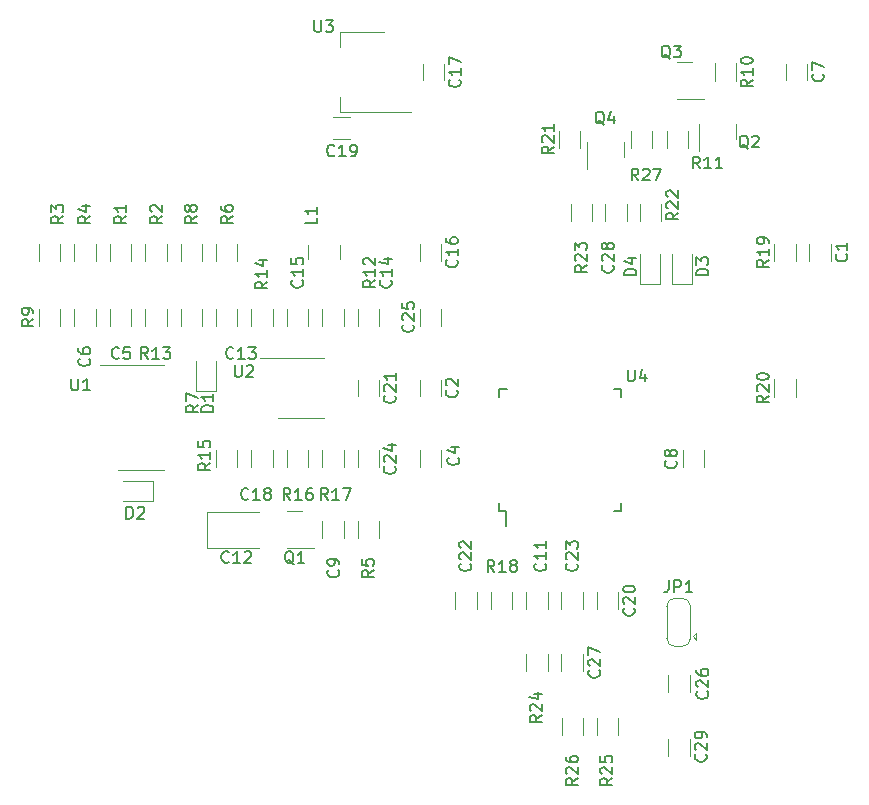
<source format=gbr>
%TF.GenerationSoftware,KiCad,Pcbnew,6.0.8*%
%TF.CreationDate,2022-10-28T18:19:01+03:00*%
%TF.ProjectId,DigiLight,44696769-4c69-4676-9874-2e6b69636164,rev?*%
%TF.SameCoordinates,Original*%
%TF.FileFunction,Legend,Top*%
%TF.FilePolarity,Positive*%
%FSLAX46Y46*%
G04 Gerber Fmt 4.6, Leading zero omitted, Abs format (unit mm)*
G04 Created by KiCad (PCBNEW 6.0.8) date 2022-10-28 18:19:01*
%MOMM*%
%LPD*%
G01*
G04 APERTURE LIST*
%ADD10C,0.150000*%
%ADD11C,0.120000*%
G04 APERTURE END LIST*
D10*
X226457142Y-74666666D02*
X226504761Y-74714285D01*
X226552380Y-74857142D01*
X226552380Y-74952380D01*
X226504761Y-75095238D01*
X226409523Y-75190476D01*
X226314285Y-75238095D01*
X226123809Y-75285714D01*
X225980952Y-75285714D01*
X225790476Y-75238095D01*
X225695238Y-75190476D01*
X225600000Y-75095238D01*
X225552380Y-74952380D01*
X225552380Y-74857142D01*
X225600000Y-74714285D01*
X225647619Y-74666666D01*
X226552380Y-73714285D02*
X226552380Y-74285714D01*
X226552380Y-74000000D02*
X225552380Y-74000000D01*
X225695238Y-74095238D01*
X225790476Y-74190476D01*
X225838095Y-74285714D01*
X193457142Y-86166666D02*
X193504761Y-86214285D01*
X193552380Y-86357142D01*
X193552380Y-86452380D01*
X193504761Y-86595238D01*
X193409523Y-86690476D01*
X193314285Y-86738095D01*
X193123809Y-86785714D01*
X192980952Y-86785714D01*
X192790476Y-86738095D01*
X192695238Y-86690476D01*
X192600000Y-86595238D01*
X192552380Y-86452380D01*
X192552380Y-86357142D01*
X192600000Y-86214285D01*
X192647619Y-86166666D01*
X192647619Y-85785714D02*
X192600000Y-85738095D01*
X192552380Y-85642857D01*
X192552380Y-85404761D01*
X192600000Y-85309523D01*
X192647619Y-85261904D01*
X192742857Y-85214285D01*
X192838095Y-85214285D01*
X192980952Y-85261904D01*
X193552380Y-85833333D01*
X193552380Y-85214285D01*
X224457142Y-59416666D02*
X224504761Y-59464285D01*
X224552380Y-59607142D01*
X224552380Y-59702380D01*
X224504761Y-59845238D01*
X224409523Y-59940476D01*
X224314285Y-59988095D01*
X224123809Y-60035714D01*
X223980952Y-60035714D01*
X223790476Y-59988095D01*
X223695238Y-59940476D01*
X223600000Y-59845238D01*
X223552380Y-59702380D01*
X223552380Y-59607142D01*
X223600000Y-59464285D01*
X223647619Y-59416666D01*
X223552380Y-59083333D02*
X223552380Y-58416666D01*
X224552380Y-58845238D01*
X183429142Y-101414666D02*
X183476761Y-101462285D01*
X183524380Y-101605142D01*
X183524380Y-101700380D01*
X183476761Y-101843238D01*
X183381523Y-101938476D01*
X183286285Y-101986095D01*
X183095809Y-102033714D01*
X182952952Y-102033714D01*
X182762476Y-101986095D01*
X182667238Y-101938476D01*
X182572000Y-101843238D01*
X182524380Y-101700380D01*
X182524380Y-101605142D01*
X182572000Y-101462285D01*
X182619619Y-101414666D01*
X183524380Y-100938476D02*
X183524380Y-100748000D01*
X183476761Y-100652761D01*
X183429142Y-100605142D01*
X183286285Y-100509904D01*
X183095809Y-100462285D01*
X182714857Y-100462285D01*
X182619619Y-100509904D01*
X182572000Y-100557523D01*
X182524380Y-100652761D01*
X182524380Y-100843238D01*
X182572000Y-100938476D01*
X182619619Y-100986095D01*
X182714857Y-101033714D01*
X182952952Y-101033714D01*
X183048190Y-100986095D01*
X183095809Y-100938476D01*
X183143428Y-100843238D01*
X183143428Y-100652761D01*
X183095809Y-100557523D01*
X183048190Y-100509904D01*
X182952952Y-100462285D01*
X174555142Y-83444142D02*
X174507523Y-83491761D01*
X174364666Y-83539380D01*
X174269428Y-83539380D01*
X174126571Y-83491761D01*
X174031333Y-83396523D01*
X173983714Y-83301285D01*
X173936095Y-83110809D01*
X173936095Y-82967952D01*
X173983714Y-82777476D01*
X174031333Y-82682238D01*
X174126571Y-82587000D01*
X174269428Y-82539380D01*
X174364666Y-82539380D01*
X174507523Y-82587000D01*
X174555142Y-82634619D01*
X175507523Y-83539380D02*
X174936095Y-83539380D01*
X175221809Y-83539380D02*
X175221809Y-82539380D01*
X175126571Y-82682238D01*
X175031333Y-82777476D01*
X174936095Y-82825095D01*
X175840857Y-82539380D02*
X176459904Y-82539380D01*
X176126571Y-82920333D01*
X176269428Y-82920333D01*
X176364666Y-82967952D01*
X176412285Y-83015571D01*
X176459904Y-83110809D01*
X176459904Y-83348904D01*
X176412285Y-83444142D01*
X176364666Y-83491761D01*
X176269428Y-83539380D01*
X175983714Y-83539380D01*
X175888476Y-83491761D01*
X175840857Y-83444142D01*
X187874142Y-76871857D02*
X187921761Y-76919476D01*
X187969380Y-77062333D01*
X187969380Y-77157571D01*
X187921761Y-77300428D01*
X187826523Y-77395666D01*
X187731285Y-77443285D01*
X187540809Y-77490904D01*
X187397952Y-77490904D01*
X187207476Y-77443285D01*
X187112238Y-77395666D01*
X187017000Y-77300428D01*
X186969380Y-77157571D01*
X186969380Y-77062333D01*
X187017000Y-76919476D01*
X187064619Y-76871857D01*
X187969380Y-75919476D02*
X187969380Y-76490904D01*
X187969380Y-76205190D02*
X186969380Y-76205190D01*
X187112238Y-76300428D01*
X187207476Y-76395666D01*
X187255095Y-76490904D01*
X187302714Y-75062333D02*
X187969380Y-75062333D01*
X186921761Y-75300428D02*
X187636047Y-75538523D01*
X187636047Y-74919476D01*
X174174142Y-100716142D02*
X174126523Y-100763761D01*
X173983666Y-100811380D01*
X173888428Y-100811380D01*
X173745571Y-100763761D01*
X173650333Y-100668523D01*
X173602714Y-100573285D01*
X173555095Y-100382809D01*
X173555095Y-100239952D01*
X173602714Y-100049476D01*
X173650333Y-99954238D01*
X173745571Y-99859000D01*
X173888428Y-99811380D01*
X173983666Y-99811380D01*
X174126523Y-99859000D01*
X174174142Y-99906619D01*
X175126523Y-100811380D02*
X174555095Y-100811380D01*
X174840809Y-100811380D02*
X174840809Y-99811380D01*
X174745571Y-99954238D01*
X174650333Y-100049476D01*
X174555095Y-100097095D01*
X175507476Y-99906619D02*
X175555095Y-99859000D01*
X175650333Y-99811380D01*
X175888428Y-99811380D01*
X175983666Y-99859000D01*
X176031285Y-99906619D01*
X176078904Y-100001857D01*
X176078904Y-100097095D01*
X176031285Y-100239952D01*
X175459857Y-100811380D01*
X176078904Y-100811380D01*
X180381142Y-76871857D02*
X180428761Y-76919476D01*
X180476380Y-77062333D01*
X180476380Y-77157571D01*
X180428761Y-77300428D01*
X180333523Y-77395666D01*
X180238285Y-77443285D01*
X180047809Y-77490904D01*
X179904952Y-77490904D01*
X179714476Y-77443285D01*
X179619238Y-77395666D01*
X179524000Y-77300428D01*
X179476380Y-77157571D01*
X179476380Y-77062333D01*
X179524000Y-76919476D01*
X179571619Y-76871857D01*
X180476380Y-75919476D02*
X180476380Y-76490904D01*
X180476380Y-76205190D02*
X179476380Y-76205190D01*
X179619238Y-76300428D01*
X179714476Y-76395666D01*
X179762095Y-76490904D01*
X179476380Y-75014714D02*
X179476380Y-75490904D01*
X179952571Y-75538523D01*
X179904952Y-75490904D01*
X179857333Y-75395666D01*
X179857333Y-75157571D01*
X179904952Y-75062333D01*
X179952571Y-75014714D01*
X180047809Y-74967095D01*
X180285904Y-74967095D01*
X180381142Y-75014714D01*
X180428761Y-75062333D01*
X180476380Y-75157571D01*
X180476380Y-75395666D01*
X180428761Y-75490904D01*
X180381142Y-75538523D01*
X193707142Y-59892857D02*
X193754761Y-59940476D01*
X193802380Y-60083333D01*
X193802380Y-60178571D01*
X193754761Y-60321428D01*
X193659523Y-60416666D01*
X193564285Y-60464285D01*
X193373809Y-60511904D01*
X193230952Y-60511904D01*
X193040476Y-60464285D01*
X192945238Y-60416666D01*
X192850000Y-60321428D01*
X192802380Y-60178571D01*
X192802380Y-60083333D01*
X192850000Y-59940476D01*
X192897619Y-59892857D01*
X193802380Y-58940476D02*
X193802380Y-59511904D01*
X193802380Y-59226190D02*
X192802380Y-59226190D01*
X192945238Y-59321428D01*
X193040476Y-59416666D01*
X193088095Y-59511904D01*
X192802380Y-58607142D02*
X192802380Y-57940476D01*
X193802380Y-58369047D01*
X175825142Y-95382142D02*
X175777523Y-95429761D01*
X175634666Y-95477380D01*
X175539428Y-95477380D01*
X175396571Y-95429761D01*
X175301333Y-95334523D01*
X175253714Y-95239285D01*
X175206095Y-95048809D01*
X175206095Y-94905952D01*
X175253714Y-94715476D01*
X175301333Y-94620238D01*
X175396571Y-94525000D01*
X175539428Y-94477380D01*
X175634666Y-94477380D01*
X175777523Y-94525000D01*
X175825142Y-94572619D01*
X176777523Y-95477380D02*
X176206095Y-95477380D01*
X176491809Y-95477380D02*
X176491809Y-94477380D01*
X176396571Y-94620238D01*
X176301333Y-94715476D01*
X176206095Y-94763095D01*
X177348952Y-94905952D02*
X177253714Y-94858333D01*
X177206095Y-94810714D01*
X177158476Y-94715476D01*
X177158476Y-94667857D01*
X177206095Y-94572619D01*
X177253714Y-94525000D01*
X177348952Y-94477380D01*
X177539428Y-94477380D01*
X177634666Y-94525000D01*
X177682285Y-94572619D01*
X177729904Y-94667857D01*
X177729904Y-94715476D01*
X177682285Y-94810714D01*
X177634666Y-94858333D01*
X177539428Y-94905952D01*
X177348952Y-94905952D01*
X177253714Y-94953571D01*
X177206095Y-95001190D01*
X177158476Y-95096428D01*
X177158476Y-95286904D01*
X177206095Y-95382142D01*
X177253714Y-95429761D01*
X177348952Y-95477380D01*
X177539428Y-95477380D01*
X177634666Y-95429761D01*
X177682285Y-95382142D01*
X177729904Y-95286904D01*
X177729904Y-95096428D01*
X177682285Y-95001190D01*
X177634666Y-94953571D01*
X177539428Y-94905952D01*
X183107142Y-66299142D02*
X183059523Y-66346761D01*
X182916666Y-66394380D01*
X182821428Y-66394380D01*
X182678571Y-66346761D01*
X182583333Y-66251523D01*
X182535714Y-66156285D01*
X182488095Y-65965809D01*
X182488095Y-65822952D01*
X182535714Y-65632476D01*
X182583333Y-65537238D01*
X182678571Y-65442000D01*
X182821428Y-65394380D01*
X182916666Y-65394380D01*
X183059523Y-65442000D01*
X183107142Y-65489619D01*
X184059523Y-66394380D02*
X183488095Y-66394380D01*
X183773809Y-66394380D02*
X183773809Y-65394380D01*
X183678571Y-65537238D01*
X183583333Y-65632476D01*
X183488095Y-65680095D01*
X184535714Y-66394380D02*
X184726190Y-66394380D01*
X184821428Y-66346761D01*
X184869047Y-66299142D01*
X184964285Y-66156285D01*
X185011904Y-65965809D01*
X185011904Y-65584857D01*
X184964285Y-65489619D01*
X184916666Y-65442000D01*
X184821428Y-65394380D01*
X184630952Y-65394380D01*
X184535714Y-65442000D01*
X184488095Y-65489619D01*
X184440476Y-65584857D01*
X184440476Y-65822952D01*
X184488095Y-65918190D01*
X184535714Y-65965809D01*
X184630952Y-66013428D01*
X184821428Y-66013428D01*
X184916666Y-65965809D01*
X184964285Y-65918190D01*
X185011904Y-65822952D01*
X208457142Y-104642857D02*
X208504761Y-104690476D01*
X208552380Y-104833333D01*
X208552380Y-104928571D01*
X208504761Y-105071428D01*
X208409523Y-105166666D01*
X208314285Y-105214285D01*
X208123809Y-105261904D01*
X207980952Y-105261904D01*
X207790476Y-105214285D01*
X207695238Y-105166666D01*
X207600000Y-105071428D01*
X207552380Y-104928571D01*
X207552380Y-104833333D01*
X207600000Y-104690476D01*
X207647619Y-104642857D01*
X207647619Y-104261904D02*
X207600000Y-104214285D01*
X207552380Y-104119047D01*
X207552380Y-103880952D01*
X207600000Y-103785714D01*
X207647619Y-103738095D01*
X207742857Y-103690476D01*
X207838095Y-103690476D01*
X207980952Y-103738095D01*
X208552380Y-104309523D01*
X208552380Y-103690476D01*
X207552380Y-103071428D02*
X207552380Y-102976190D01*
X207600000Y-102880952D01*
X207647619Y-102833333D01*
X207742857Y-102785714D01*
X207933333Y-102738095D01*
X208171428Y-102738095D01*
X208361904Y-102785714D01*
X208457142Y-102833333D01*
X208504761Y-102880952D01*
X208552380Y-102976190D01*
X208552380Y-103071428D01*
X208504761Y-103166666D01*
X208457142Y-103214285D01*
X208361904Y-103261904D01*
X208171428Y-103309523D01*
X207933333Y-103309523D01*
X207742857Y-103261904D01*
X207647619Y-103214285D01*
X207600000Y-103166666D01*
X207552380Y-103071428D01*
X188207142Y-86642857D02*
X188254761Y-86690476D01*
X188302380Y-86833333D01*
X188302380Y-86928571D01*
X188254761Y-87071428D01*
X188159523Y-87166666D01*
X188064285Y-87214285D01*
X187873809Y-87261904D01*
X187730952Y-87261904D01*
X187540476Y-87214285D01*
X187445238Y-87166666D01*
X187350000Y-87071428D01*
X187302380Y-86928571D01*
X187302380Y-86833333D01*
X187350000Y-86690476D01*
X187397619Y-86642857D01*
X187397619Y-86261904D02*
X187350000Y-86214285D01*
X187302380Y-86119047D01*
X187302380Y-85880952D01*
X187350000Y-85785714D01*
X187397619Y-85738095D01*
X187492857Y-85690476D01*
X187588095Y-85690476D01*
X187730952Y-85738095D01*
X188302380Y-86309523D01*
X188302380Y-85690476D01*
X188302380Y-84738095D02*
X188302380Y-85309523D01*
X188302380Y-85023809D02*
X187302380Y-85023809D01*
X187445238Y-85119047D01*
X187540476Y-85214285D01*
X187588095Y-85309523D01*
X194605142Y-100874857D02*
X194652761Y-100922476D01*
X194700380Y-101065333D01*
X194700380Y-101160571D01*
X194652761Y-101303428D01*
X194557523Y-101398666D01*
X194462285Y-101446285D01*
X194271809Y-101493904D01*
X194128952Y-101493904D01*
X193938476Y-101446285D01*
X193843238Y-101398666D01*
X193748000Y-101303428D01*
X193700380Y-101160571D01*
X193700380Y-101065333D01*
X193748000Y-100922476D01*
X193795619Y-100874857D01*
X193795619Y-100493904D02*
X193748000Y-100446285D01*
X193700380Y-100351047D01*
X193700380Y-100112952D01*
X193748000Y-100017714D01*
X193795619Y-99970095D01*
X193890857Y-99922476D01*
X193986095Y-99922476D01*
X194128952Y-99970095D01*
X194700380Y-100541523D01*
X194700380Y-99922476D01*
X193795619Y-99541523D02*
X193748000Y-99493904D01*
X193700380Y-99398666D01*
X193700380Y-99160571D01*
X193748000Y-99065333D01*
X193795619Y-99017714D01*
X193890857Y-98970095D01*
X193986095Y-98970095D01*
X194128952Y-99017714D01*
X194700380Y-99589142D01*
X194700380Y-98970095D01*
X188207142Y-92642857D02*
X188254761Y-92690476D01*
X188302380Y-92833333D01*
X188302380Y-92928571D01*
X188254761Y-93071428D01*
X188159523Y-93166666D01*
X188064285Y-93214285D01*
X187873809Y-93261904D01*
X187730952Y-93261904D01*
X187540476Y-93214285D01*
X187445238Y-93166666D01*
X187350000Y-93071428D01*
X187302380Y-92928571D01*
X187302380Y-92833333D01*
X187350000Y-92690476D01*
X187397619Y-92642857D01*
X187397619Y-92261904D02*
X187350000Y-92214285D01*
X187302380Y-92119047D01*
X187302380Y-91880952D01*
X187350000Y-91785714D01*
X187397619Y-91738095D01*
X187492857Y-91690476D01*
X187588095Y-91690476D01*
X187730952Y-91738095D01*
X188302380Y-92309523D01*
X188302380Y-91690476D01*
X187635714Y-90833333D02*
X188302380Y-90833333D01*
X187254761Y-91071428D02*
X187969047Y-91309523D01*
X187969047Y-90690476D01*
X189757142Y-80642857D02*
X189804761Y-80690476D01*
X189852380Y-80833333D01*
X189852380Y-80928571D01*
X189804761Y-81071428D01*
X189709523Y-81166666D01*
X189614285Y-81214285D01*
X189423809Y-81261904D01*
X189280952Y-81261904D01*
X189090476Y-81214285D01*
X188995238Y-81166666D01*
X188900000Y-81071428D01*
X188852380Y-80928571D01*
X188852380Y-80833333D01*
X188900000Y-80690476D01*
X188947619Y-80642857D01*
X188947619Y-80261904D02*
X188900000Y-80214285D01*
X188852380Y-80119047D01*
X188852380Y-79880952D01*
X188900000Y-79785714D01*
X188947619Y-79738095D01*
X189042857Y-79690476D01*
X189138095Y-79690476D01*
X189280952Y-79738095D01*
X189852380Y-80309523D01*
X189852380Y-79690476D01*
X188852380Y-78785714D02*
X188852380Y-79261904D01*
X189328571Y-79309523D01*
X189280952Y-79261904D01*
X189233333Y-79166666D01*
X189233333Y-78928571D01*
X189280952Y-78833333D01*
X189328571Y-78785714D01*
X189423809Y-78738095D01*
X189661904Y-78738095D01*
X189757142Y-78785714D01*
X189804761Y-78833333D01*
X189852380Y-78928571D01*
X189852380Y-79166666D01*
X189804761Y-79261904D01*
X189757142Y-79309523D01*
X214671142Y-111685557D02*
X214718761Y-111733176D01*
X214766380Y-111876033D01*
X214766380Y-111971271D01*
X214718761Y-112114128D01*
X214623523Y-112209366D01*
X214528285Y-112256985D01*
X214337809Y-112304604D01*
X214194952Y-112304604D01*
X214004476Y-112256985D01*
X213909238Y-112209366D01*
X213814000Y-112114128D01*
X213766380Y-111971271D01*
X213766380Y-111876033D01*
X213814000Y-111733176D01*
X213861619Y-111685557D01*
X213861619Y-111304604D02*
X213814000Y-111256985D01*
X213766380Y-111161747D01*
X213766380Y-110923652D01*
X213814000Y-110828414D01*
X213861619Y-110780795D01*
X213956857Y-110733176D01*
X214052095Y-110733176D01*
X214194952Y-110780795D01*
X214766380Y-111352223D01*
X214766380Y-110733176D01*
X213766380Y-109876033D02*
X213766380Y-110066509D01*
X213814000Y-110161747D01*
X213861619Y-110209366D01*
X214004476Y-110304604D01*
X214194952Y-110352223D01*
X214575904Y-110352223D01*
X214671142Y-110304604D01*
X214718761Y-110256985D01*
X214766380Y-110161747D01*
X214766380Y-109971271D01*
X214718761Y-109876033D01*
X214671142Y-109828414D01*
X214575904Y-109780795D01*
X214337809Y-109780795D01*
X214242571Y-109828414D01*
X214194952Y-109876033D01*
X214147333Y-109971271D01*
X214147333Y-110161747D01*
X214194952Y-110256985D01*
X214242571Y-110304604D01*
X214337809Y-110352223D01*
X211423266Y-102285080D02*
X211423266Y-102999366D01*
X211375647Y-103142223D01*
X211280409Y-103237461D01*
X211137552Y-103285080D01*
X211042314Y-103285080D01*
X211899457Y-103285080D02*
X211899457Y-102285080D01*
X212280409Y-102285080D01*
X212375647Y-102332700D01*
X212423266Y-102380319D01*
X212470885Y-102475557D01*
X212470885Y-102618414D01*
X212423266Y-102713652D01*
X212375647Y-102761271D01*
X212280409Y-102808890D01*
X211899457Y-102808890D01*
X213423266Y-103285080D02*
X212851838Y-103285080D01*
X213137552Y-103285080D02*
X213137552Y-102285080D01*
X213042314Y-102427938D01*
X212947076Y-102523176D01*
X212851838Y-102570795D01*
X181619380Y-71569666D02*
X181619380Y-72045857D01*
X180619380Y-72045857D01*
X181619380Y-70712523D02*
X181619380Y-71283952D01*
X181619380Y-70998238D02*
X180619380Y-70998238D01*
X180762238Y-71093476D01*
X180857476Y-71188714D01*
X180905095Y-71283952D01*
X179674761Y-100906619D02*
X179579523Y-100859000D01*
X179484285Y-100763761D01*
X179341428Y-100620904D01*
X179246190Y-100573285D01*
X179150952Y-100573285D01*
X179198571Y-100811380D02*
X179103333Y-100763761D01*
X179008095Y-100668523D01*
X178960476Y-100478047D01*
X178960476Y-100144714D01*
X179008095Y-99954238D01*
X179103333Y-99859000D01*
X179198571Y-99811380D01*
X179389047Y-99811380D01*
X179484285Y-99859000D01*
X179579523Y-99954238D01*
X179627142Y-100144714D01*
X179627142Y-100478047D01*
X179579523Y-100668523D01*
X179484285Y-100763761D01*
X179389047Y-100811380D01*
X179198571Y-100811380D01*
X180579523Y-100811380D02*
X180008095Y-100811380D01*
X180293809Y-100811380D02*
X180293809Y-99811380D01*
X180198571Y-99954238D01*
X180103333Y-100049476D01*
X180008095Y-100097095D01*
X218155761Y-65727619D02*
X218060523Y-65680000D01*
X217965285Y-65584761D01*
X217822428Y-65441904D01*
X217727190Y-65394285D01*
X217631952Y-65394285D01*
X217679571Y-65632380D02*
X217584333Y-65584761D01*
X217489095Y-65489523D01*
X217441476Y-65299047D01*
X217441476Y-64965714D01*
X217489095Y-64775238D01*
X217584333Y-64680000D01*
X217679571Y-64632380D01*
X217870047Y-64632380D01*
X217965285Y-64680000D01*
X218060523Y-64775238D01*
X218108142Y-64965714D01*
X218108142Y-65299047D01*
X218060523Y-65489523D01*
X217965285Y-65584761D01*
X217870047Y-65632380D01*
X217679571Y-65632380D01*
X218489095Y-64727619D02*
X218536714Y-64680000D01*
X218631952Y-64632380D01*
X218870047Y-64632380D01*
X218965285Y-64680000D01*
X219012904Y-64727619D01*
X219060523Y-64822857D01*
X219060523Y-64918095D01*
X219012904Y-65060952D01*
X218441476Y-65632380D01*
X219060523Y-65632380D01*
X211551761Y-58107619D02*
X211456523Y-58060000D01*
X211361285Y-57964761D01*
X211218428Y-57821904D01*
X211123190Y-57774285D01*
X211027952Y-57774285D01*
X211075571Y-58012380D02*
X210980333Y-57964761D01*
X210885095Y-57869523D01*
X210837476Y-57679047D01*
X210837476Y-57345714D01*
X210885095Y-57155238D01*
X210980333Y-57060000D01*
X211075571Y-57012380D01*
X211266047Y-57012380D01*
X211361285Y-57060000D01*
X211456523Y-57155238D01*
X211504142Y-57345714D01*
X211504142Y-57679047D01*
X211456523Y-57869523D01*
X211361285Y-57964761D01*
X211266047Y-58012380D01*
X211075571Y-58012380D01*
X211837476Y-57012380D02*
X212456523Y-57012380D01*
X212123190Y-57393333D01*
X212266047Y-57393333D01*
X212361285Y-57440952D01*
X212408904Y-57488571D01*
X212456523Y-57583809D01*
X212456523Y-57821904D01*
X212408904Y-57917142D01*
X212361285Y-57964761D01*
X212266047Y-58012380D01*
X211980333Y-58012380D01*
X211885095Y-57964761D01*
X211837476Y-57917142D01*
X160156380Y-71442666D02*
X159680190Y-71776000D01*
X160156380Y-72014095D02*
X159156380Y-72014095D01*
X159156380Y-71633142D01*
X159204000Y-71537904D01*
X159251619Y-71490285D01*
X159346857Y-71442666D01*
X159489714Y-71442666D01*
X159584952Y-71490285D01*
X159632571Y-71537904D01*
X159680190Y-71633142D01*
X159680190Y-72014095D01*
X159156380Y-71109333D02*
X159156380Y-70490285D01*
X159537333Y-70823619D01*
X159537333Y-70680761D01*
X159584952Y-70585523D01*
X159632571Y-70537904D01*
X159727809Y-70490285D01*
X159965904Y-70490285D01*
X160061142Y-70537904D01*
X160108761Y-70585523D01*
X160156380Y-70680761D01*
X160156380Y-70966476D01*
X160108761Y-71061714D01*
X160061142Y-71109333D01*
X186445380Y-101414666D02*
X185969190Y-101748000D01*
X186445380Y-101986095D02*
X185445380Y-101986095D01*
X185445380Y-101605142D01*
X185493000Y-101509904D01*
X185540619Y-101462285D01*
X185635857Y-101414666D01*
X185778714Y-101414666D01*
X185873952Y-101462285D01*
X185921571Y-101509904D01*
X185969190Y-101605142D01*
X185969190Y-101986095D01*
X185445380Y-100509904D02*
X185445380Y-100986095D01*
X185921571Y-101033714D01*
X185873952Y-100986095D01*
X185826333Y-100890857D01*
X185826333Y-100652761D01*
X185873952Y-100557523D01*
X185921571Y-100509904D01*
X186016809Y-100462285D01*
X186254904Y-100462285D01*
X186350142Y-100509904D01*
X186397761Y-100557523D01*
X186445380Y-100652761D01*
X186445380Y-100890857D01*
X186397761Y-100986095D01*
X186350142Y-101033714D01*
X157632380Y-80166666D02*
X157156190Y-80500000D01*
X157632380Y-80738095D02*
X156632380Y-80738095D01*
X156632380Y-80357142D01*
X156680000Y-80261904D01*
X156727619Y-80214285D01*
X156822857Y-80166666D01*
X156965714Y-80166666D01*
X157060952Y-80214285D01*
X157108571Y-80261904D01*
X157156190Y-80357142D01*
X157156190Y-80738095D01*
X157632380Y-79690476D02*
X157632380Y-79500000D01*
X157584761Y-79404761D01*
X157537142Y-79357142D01*
X157394285Y-79261904D01*
X157203809Y-79214285D01*
X156822857Y-79214285D01*
X156727619Y-79261904D01*
X156680000Y-79309523D01*
X156632380Y-79404761D01*
X156632380Y-79595238D01*
X156680000Y-79690476D01*
X156727619Y-79738095D01*
X156822857Y-79785714D01*
X157060952Y-79785714D01*
X157156190Y-79738095D01*
X157203809Y-79690476D01*
X157251428Y-79595238D01*
X157251428Y-79404761D01*
X157203809Y-79309523D01*
X157156190Y-79261904D01*
X157060952Y-79214285D01*
X218522380Y-59892857D02*
X218046190Y-60226190D01*
X218522380Y-60464285D02*
X217522380Y-60464285D01*
X217522380Y-60083333D01*
X217570000Y-59988095D01*
X217617619Y-59940476D01*
X217712857Y-59892857D01*
X217855714Y-59892857D01*
X217950952Y-59940476D01*
X217998571Y-59988095D01*
X218046190Y-60083333D01*
X218046190Y-60464285D01*
X218522380Y-58940476D02*
X218522380Y-59511904D01*
X218522380Y-59226190D02*
X217522380Y-59226190D01*
X217665238Y-59321428D01*
X217760476Y-59416666D01*
X217808095Y-59511904D01*
X217522380Y-58321428D02*
X217522380Y-58226190D01*
X217570000Y-58130952D01*
X217617619Y-58083333D01*
X217712857Y-58035714D01*
X217903333Y-57988095D01*
X218141428Y-57988095D01*
X218331904Y-58035714D01*
X218427142Y-58083333D01*
X218474761Y-58130952D01*
X218522380Y-58226190D01*
X218522380Y-58321428D01*
X218474761Y-58416666D01*
X218427142Y-58464285D01*
X218331904Y-58511904D01*
X218141428Y-58559523D01*
X217903333Y-58559523D01*
X217712857Y-58511904D01*
X217617619Y-58464285D01*
X217570000Y-58416666D01*
X217522380Y-58321428D01*
X214052142Y-67410380D02*
X213718809Y-66934190D01*
X213480714Y-67410380D02*
X213480714Y-66410380D01*
X213861666Y-66410380D01*
X213956904Y-66458000D01*
X214004523Y-66505619D01*
X214052142Y-66600857D01*
X214052142Y-66743714D01*
X214004523Y-66838952D01*
X213956904Y-66886571D01*
X213861666Y-66934190D01*
X213480714Y-66934190D01*
X215004523Y-67410380D02*
X214433095Y-67410380D01*
X214718809Y-67410380D02*
X214718809Y-66410380D01*
X214623571Y-66553238D01*
X214528333Y-66648476D01*
X214433095Y-66696095D01*
X215956904Y-67410380D02*
X215385476Y-67410380D01*
X215671190Y-67410380D02*
X215671190Y-66410380D01*
X215575952Y-66553238D01*
X215480714Y-66648476D01*
X215385476Y-66696095D01*
X186572380Y-76871857D02*
X186096190Y-77205190D01*
X186572380Y-77443285D02*
X185572380Y-77443285D01*
X185572380Y-77062333D01*
X185620000Y-76967095D01*
X185667619Y-76919476D01*
X185762857Y-76871857D01*
X185905714Y-76871857D01*
X186000952Y-76919476D01*
X186048571Y-76967095D01*
X186096190Y-77062333D01*
X186096190Y-77443285D01*
X186572380Y-75919476D02*
X186572380Y-76490904D01*
X186572380Y-76205190D02*
X185572380Y-76205190D01*
X185715238Y-76300428D01*
X185810476Y-76395666D01*
X185858095Y-76490904D01*
X185667619Y-75538523D02*
X185620000Y-75490904D01*
X185572380Y-75395666D01*
X185572380Y-75157571D01*
X185620000Y-75062333D01*
X185667619Y-75014714D01*
X185762857Y-74967095D01*
X185858095Y-74967095D01*
X186000952Y-75014714D01*
X186572380Y-75586142D01*
X186572380Y-74967095D01*
X167316142Y-83539380D02*
X166982809Y-83063190D01*
X166744714Y-83539380D02*
X166744714Y-82539380D01*
X167125666Y-82539380D01*
X167220904Y-82587000D01*
X167268523Y-82634619D01*
X167316142Y-82729857D01*
X167316142Y-82872714D01*
X167268523Y-82967952D01*
X167220904Y-83015571D01*
X167125666Y-83063190D01*
X166744714Y-83063190D01*
X168268523Y-83539380D02*
X167697095Y-83539380D01*
X167982809Y-83539380D02*
X167982809Y-82539380D01*
X167887571Y-82682238D01*
X167792333Y-82777476D01*
X167697095Y-82825095D01*
X168601857Y-82539380D02*
X169220904Y-82539380D01*
X168887571Y-82920333D01*
X169030428Y-82920333D01*
X169125666Y-82967952D01*
X169173285Y-83015571D01*
X169220904Y-83110809D01*
X169220904Y-83348904D01*
X169173285Y-83444142D01*
X169125666Y-83491761D01*
X169030428Y-83539380D01*
X168744714Y-83539380D01*
X168649476Y-83491761D01*
X168601857Y-83444142D01*
X177428380Y-76998857D02*
X176952190Y-77332190D01*
X177428380Y-77570285D02*
X176428380Y-77570285D01*
X176428380Y-77189333D01*
X176476000Y-77094095D01*
X176523619Y-77046476D01*
X176618857Y-76998857D01*
X176761714Y-76998857D01*
X176856952Y-77046476D01*
X176904571Y-77094095D01*
X176952190Y-77189333D01*
X176952190Y-77570285D01*
X177428380Y-76046476D02*
X177428380Y-76617904D01*
X177428380Y-76332190D02*
X176428380Y-76332190D01*
X176571238Y-76427428D01*
X176666476Y-76522666D01*
X176714095Y-76617904D01*
X176761714Y-75189333D02*
X177428380Y-75189333D01*
X176380761Y-75427428D02*
X177095047Y-75665523D01*
X177095047Y-75046476D01*
X179381142Y-95477380D02*
X179047809Y-95001190D01*
X178809714Y-95477380D02*
X178809714Y-94477380D01*
X179190666Y-94477380D01*
X179285904Y-94525000D01*
X179333523Y-94572619D01*
X179381142Y-94667857D01*
X179381142Y-94810714D01*
X179333523Y-94905952D01*
X179285904Y-94953571D01*
X179190666Y-95001190D01*
X178809714Y-95001190D01*
X180333523Y-95477380D02*
X179762095Y-95477380D01*
X180047809Y-95477380D02*
X180047809Y-94477380D01*
X179952571Y-94620238D01*
X179857333Y-94715476D01*
X179762095Y-94763095D01*
X181190666Y-94477380D02*
X181000190Y-94477380D01*
X180904952Y-94525000D01*
X180857333Y-94572619D01*
X180762095Y-94715476D01*
X180714476Y-94905952D01*
X180714476Y-95286904D01*
X180762095Y-95382142D01*
X180809714Y-95429761D01*
X180904952Y-95477380D01*
X181095428Y-95477380D01*
X181190666Y-95429761D01*
X181238285Y-95382142D01*
X181285904Y-95286904D01*
X181285904Y-95048809D01*
X181238285Y-94953571D01*
X181190666Y-94905952D01*
X181095428Y-94858333D01*
X180904952Y-94858333D01*
X180809714Y-94905952D01*
X180762095Y-94953571D01*
X180714476Y-95048809D01*
X182556142Y-95477380D02*
X182222809Y-95001190D01*
X181984714Y-95477380D02*
X181984714Y-94477380D01*
X182365666Y-94477380D01*
X182460904Y-94525000D01*
X182508523Y-94572619D01*
X182556142Y-94667857D01*
X182556142Y-94810714D01*
X182508523Y-94905952D01*
X182460904Y-94953571D01*
X182365666Y-95001190D01*
X181984714Y-95001190D01*
X183508523Y-95477380D02*
X182937095Y-95477380D01*
X183222809Y-95477380D02*
X183222809Y-94477380D01*
X183127571Y-94620238D01*
X183032333Y-94715476D01*
X182937095Y-94763095D01*
X183841857Y-94477380D02*
X184508523Y-94477380D01*
X184079952Y-95477380D01*
X196653142Y-101573380D02*
X196319809Y-101097190D01*
X196081714Y-101573380D02*
X196081714Y-100573380D01*
X196462666Y-100573380D01*
X196557904Y-100621000D01*
X196605523Y-100668619D01*
X196653142Y-100763857D01*
X196653142Y-100906714D01*
X196605523Y-101001952D01*
X196557904Y-101049571D01*
X196462666Y-101097190D01*
X196081714Y-101097190D01*
X197605523Y-101573380D02*
X197034095Y-101573380D01*
X197319809Y-101573380D02*
X197319809Y-100573380D01*
X197224571Y-100716238D01*
X197129333Y-100811476D01*
X197034095Y-100859095D01*
X198176952Y-101001952D02*
X198081714Y-100954333D01*
X198034095Y-100906714D01*
X197986476Y-100811476D01*
X197986476Y-100763857D01*
X198034095Y-100668619D01*
X198081714Y-100621000D01*
X198176952Y-100573380D01*
X198367428Y-100573380D01*
X198462666Y-100621000D01*
X198510285Y-100668619D01*
X198557904Y-100763857D01*
X198557904Y-100811476D01*
X198510285Y-100906714D01*
X198462666Y-100954333D01*
X198367428Y-101001952D01*
X198176952Y-101001952D01*
X198081714Y-101049571D01*
X198034095Y-101097190D01*
X197986476Y-101192428D01*
X197986476Y-101382904D01*
X198034095Y-101478142D01*
X198081714Y-101525761D01*
X198176952Y-101573380D01*
X198367428Y-101573380D01*
X198462666Y-101525761D01*
X198510285Y-101478142D01*
X198557904Y-101382904D01*
X198557904Y-101192428D01*
X198510285Y-101097190D01*
X198462666Y-101049571D01*
X198367428Y-101001952D01*
X219882380Y-86642857D02*
X219406190Y-86976190D01*
X219882380Y-87214285D02*
X218882380Y-87214285D01*
X218882380Y-86833333D01*
X218930000Y-86738095D01*
X218977619Y-86690476D01*
X219072857Y-86642857D01*
X219215714Y-86642857D01*
X219310952Y-86690476D01*
X219358571Y-86738095D01*
X219406190Y-86833333D01*
X219406190Y-87214285D01*
X218977619Y-86261904D02*
X218930000Y-86214285D01*
X218882380Y-86119047D01*
X218882380Y-85880952D01*
X218930000Y-85785714D01*
X218977619Y-85738095D01*
X219072857Y-85690476D01*
X219168095Y-85690476D01*
X219310952Y-85738095D01*
X219882380Y-86309523D01*
X219882380Y-85690476D01*
X218882380Y-85071428D02*
X218882380Y-84976190D01*
X218930000Y-84880952D01*
X218977619Y-84833333D01*
X219072857Y-84785714D01*
X219263333Y-84738095D01*
X219501428Y-84738095D01*
X219691904Y-84785714D01*
X219787142Y-84833333D01*
X219834761Y-84880952D01*
X219882380Y-84976190D01*
X219882380Y-85071428D01*
X219834761Y-85166666D01*
X219787142Y-85214285D01*
X219691904Y-85261904D01*
X219501428Y-85309523D01*
X219263333Y-85309523D01*
X219072857Y-85261904D01*
X218977619Y-85214285D01*
X218930000Y-85166666D01*
X218882380Y-85071428D01*
X200669380Y-113701857D02*
X200193190Y-114035190D01*
X200669380Y-114273285D02*
X199669380Y-114273285D01*
X199669380Y-113892333D01*
X199717000Y-113797095D01*
X199764619Y-113749476D01*
X199859857Y-113701857D01*
X200002714Y-113701857D01*
X200097952Y-113749476D01*
X200145571Y-113797095D01*
X200193190Y-113892333D01*
X200193190Y-114273285D01*
X199764619Y-113320904D02*
X199717000Y-113273285D01*
X199669380Y-113178047D01*
X199669380Y-112939952D01*
X199717000Y-112844714D01*
X199764619Y-112797095D01*
X199859857Y-112749476D01*
X199955095Y-112749476D01*
X200097952Y-112797095D01*
X200669380Y-113368523D01*
X200669380Y-112749476D01*
X200002714Y-111892333D02*
X200669380Y-111892333D01*
X199621761Y-112130428D02*
X200336047Y-112368523D01*
X200336047Y-111749476D01*
X160847095Y-85206380D02*
X160847095Y-86015904D01*
X160894714Y-86111142D01*
X160942333Y-86158761D01*
X161037571Y-86206380D01*
X161228047Y-86206380D01*
X161323285Y-86158761D01*
X161370904Y-86111142D01*
X161418523Y-86015904D01*
X161418523Y-85206380D01*
X162418523Y-86206380D02*
X161847095Y-86206380D01*
X162132809Y-86206380D02*
X162132809Y-85206380D01*
X162037571Y-85349238D01*
X161942333Y-85444476D01*
X161847095Y-85492095D01*
X181421095Y-54853380D02*
X181421095Y-55662904D01*
X181468714Y-55758142D01*
X181516333Y-55805761D01*
X181611571Y-55853380D01*
X181802047Y-55853380D01*
X181897285Y-55805761D01*
X181944904Y-55758142D01*
X181992523Y-55662904D01*
X181992523Y-54853380D01*
X182373476Y-54853380D02*
X182992523Y-54853380D01*
X182659190Y-55234333D01*
X182802047Y-55234333D01*
X182897285Y-55281952D01*
X182944904Y-55329571D01*
X182992523Y-55424809D01*
X182992523Y-55662904D01*
X182944904Y-55758142D01*
X182897285Y-55805761D01*
X182802047Y-55853380D01*
X182516333Y-55853380D01*
X182421095Y-55805761D01*
X182373476Y-55758142D01*
X207964095Y-84444380D02*
X207964095Y-85253904D01*
X208011714Y-85349142D01*
X208059333Y-85396761D01*
X208154571Y-85444380D01*
X208345047Y-85444380D01*
X208440285Y-85396761D01*
X208487904Y-85349142D01*
X208535523Y-85253904D01*
X208535523Y-84444380D01*
X209440285Y-84777714D02*
X209440285Y-85444380D01*
X209202190Y-84396761D02*
X208964095Y-85111047D01*
X209583142Y-85111047D01*
X205527142Y-109892857D02*
X205574761Y-109940476D01*
X205622380Y-110083333D01*
X205622380Y-110178571D01*
X205574761Y-110321428D01*
X205479523Y-110416666D01*
X205384285Y-110464285D01*
X205193809Y-110511904D01*
X205050952Y-110511904D01*
X204860476Y-110464285D01*
X204765238Y-110416666D01*
X204670000Y-110321428D01*
X204622380Y-110178571D01*
X204622380Y-110083333D01*
X204670000Y-109940476D01*
X204717619Y-109892857D01*
X204717619Y-109511904D02*
X204670000Y-109464285D01*
X204622380Y-109369047D01*
X204622380Y-109130952D01*
X204670000Y-109035714D01*
X204717619Y-108988095D01*
X204812857Y-108940476D01*
X204908095Y-108940476D01*
X205050952Y-108988095D01*
X205622380Y-109559523D01*
X205622380Y-108940476D01*
X204622380Y-108607142D02*
X204622380Y-107940476D01*
X205622380Y-108369047D01*
X174507380Y-71442666D02*
X174031190Y-71776000D01*
X174507380Y-72014095D02*
X173507380Y-72014095D01*
X173507380Y-71633142D01*
X173555000Y-71537904D01*
X173602619Y-71490285D01*
X173697857Y-71442666D01*
X173840714Y-71442666D01*
X173935952Y-71490285D01*
X173983571Y-71537904D01*
X174031190Y-71633142D01*
X174031190Y-72014095D01*
X173507380Y-70585523D02*
X173507380Y-70776000D01*
X173555000Y-70871238D01*
X173602619Y-70918857D01*
X173745476Y-71014095D01*
X173935952Y-71061714D01*
X174316904Y-71061714D01*
X174412142Y-71014095D01*
X174459761Y-70966476D01*
X174507380Y-70871238D01*
X174507380Y-70680761D01*
X174459761Y-70585523D01*
X174412142Y-70537904D01*
X174316904Y-70490285D01*
X174078809Y-70490285D01*
X173983571Y-70537904D01*
X173935952Y-70585523D01*
X173888333Y-70680761D01*
X173888333Y-70871238D01*
X173935952Y-70966476D01*
X173983571Y-71014095D01*
X174078809Y-71061714D01*
X162442380Y-71442666D02*
X161966190Y-71776000D01*
X162442380Y-72014095D02*
X161442380Y-72014095D01*
X161442380Y-71633142D01*
X161490000Y-71537904D01*
X161537619Y-71490285D01*
X161632857Y-71442666D01*
X161775714Y-71442666D01*
X161870952Y-71490285D01*
X161918571Y-71537904D01*
X161966190Y-71633142D01*
X161966190Y-72014095D01*
X161775714Y-70585523D02*
X162442380Y-70585523D01*
X161394761Y-70823619D02*
X162109047Y-71061714D01*
X162109047Y-70442666D01*
X164871333Y-83444142D02*
X164823714Y-83491761D01*
X164680857Y-83539380D01*
X164585619Y-83539380D01*
X164442761Y-83491761D01*
X164347523Y-83396523D01*
X164299904Y-83301285D01*
X164252285Y-83110809D01*
X164252285Y-82967952D01*
X164299904Y-82777476D01*
X164347523Y-82682238D01*
X164442761Y-82587000D01*
X164585619Y-82539380D01*
X164680857Y-82539380D01*
X164823714Y-82587000D01*
X164871333Y-82634619D01*
X165776095Y-82539380D02*
X165299904Y-82539380D01*
X165252285Y-83015571D01*
X165299904Y-82967952D01*
X165395142Y-82920333D01*
X165633238Y-82920333D01*
X165728476Y-82967952D01*
X165776095Y-83015571D01*
X165823714Y-83110809D01*
X165823714Y-83348904D01*
X165776095Y-83444142D01*
X165728476Y-83491761D01*
X165633238Y-83539380D01*
X165395142Y-83539380D01*
X165299904Y-83491761D01*
X165252285Y-83444142D01*
X162347142Y-83507666D02*
X162394761Y-83555285D01*
X162442380Y-83698142D01*
X162442380Y-83793380D01*
X162394761Y-83936238D01*
X162299523Y-84031476D01*
X162204285Y-84079095D01*
X162013809Y-84126714D01*
X161870952Y-84126714D01*
X161680476Y-84079095D01*
X161585238Y-84031476D01*
X161490000Y-83936238D01*
X161442380Y-83793380D01*
X161442380Y-83698142D01*
X161490000Y-83555285D01*
X161537619Y-83507666D01*
X161442380Y-82650523D02*
X161442380Y-82841000D01*
X161490000Y-82936238D01*
X161537619Y-82983857D01*
X161680476Y-83079095D01*
X161870952Y-83126714D01*
X162251904Y-83126714D01*
X162347142Y-83079095D01*
X162394761Y-83031476D01*
X162442380Y-82936238D01*
X162442380Y-82745761D01*
X162394761Y-82650523D01*
X162347142Y-82602904D01*
X162251904Y-82555285D01*
X162013809Y-82555285D01*
X161918571Y-82602904D01*
X161870952Y-82650523D01*
X161823333Y-82745761D01*
X161823333Y-82936238D01*
X161870952Y-83031476D01*
X161918571Y-83079095D01*
X162013809Y-83126714D01*
X171459380Y-71442666D02*
X170983190Y-71776000D01*
X171459380Y-72014095D02*
X170459380Y-72014095D01*
X170459380Y-71633142D01*
X170507000Y-71537904D01*
X170554619Y-71490285D01*
X170649857Y-71442666D01*
X170792714Y-71442666D01*
X170887952Y-71490285D01*
X170935571Y-71537904D01*
X170983190Y-71633142D01*
X170983190Y-72014095D01*
X170887952Y-70871238D02*
X170840333Y-70966476D01*
X170792714Y-71014095D01*
X170697476Y-71061714D01*
X170649857Y-71061714D01*
X170554619Y-71014095D01*
X170507000Y-70966476D01*
X170459380Y-70871238D01*
X170459380Y-70680761D01*
X170507000Y-70585523D01*
X170554619Y-70537904D01*
X170649857Y-70490285D01*
X170697476Y-70490285D01*
X170792714Y-70537904D01*
X170840333Y-70585523D01*
X170887952Y-70680761D01*
X170887952Y-70871238D01*
X170935571Y-70966476D01*
X170983190Y-71014095D01*
X171078428Y-71061714D01*
X171268904Y-71061714D01*
X171364142Y-71014095D01*
X171411761Y-70966476D01*
X171459380Y-70871238D01*
X171459380Y-70680761D01*
X171411761Y-70585523D01*
X171364142Y-70537904D01*
X171268904Y-70490285D01*
X171078428Y-70490285D01*
X170983190Y-70537904D01*
X170935571Y-70585523D01*
X170887952Y-70680761D01*
X168538380Y-71442666D02*
X168062190Y-71776000D01*
X168538380Y-72014095D02*
X167538380Y-72014095D01*
X167538380Y-71633142D01*
X167586000Y-71537904D01*
X167633619Y-71490285D01*
X167728857Y-71442666D01*
X167871714Y-71442666D01*
X167966952Y-71490285D01*
X168014571Y-71537904D01*
X168062190Y-71633142D01*
X168062190Y-72014095D01*
X167633619Y-71061714D02*
X167586000Y-71014095D01*
X167538380Y-70918857D01*
X167538380Y-70680761D01*
X167586000Y-70585523D01*
X167633619Y-70537904D01*
X167728857Y-70490285D01*
X167824095Y-70490285D01*
X167966952Y-70537904D01*
X168538380Y-71109333D01*
X168538380Y-70490285D01*
X165490380Y-71442666D02*
X165014190Y-71776000D01*
X165490380Y-72014095D02*
X164490380Y-72014095D01*
X164490380Y-71633142D01*
X164538000Y-71537904D01*
X164585619Y-71490285D01*
X164680857Y-71442666D01*
X164823714Y-71442666D01*
X164918952Y-71490285D01*
X164966571Y-71537904D01*
X165014190Y-71633142D01*
X165014190Y-72014095D01*
X165490380Y-70490285D02*
X165490380Y-71061714D01*
X165490380Y-70776000D02*
X164490380Y-70776000D01*
X164633238Y-70871238D01*
X164728476Y-70966476D01*
X164776095Y-71061714D01*
X174690095Y-84063380D02*
X174690095Y-84872904D01*
X174737714Y-84968142D01*
X174785333Y-85015761D01*
X174880571Y-85063380D01*
X175071047Y-85063380D01*
X175166285Y-85015761D01*
X175213904Y-84968142D01*
X175261523Y-84872904D01*
X175261523Y-84063380D01*
X175690095Y-84158619D02*
X175737714Y-84111000D01*
X175832952Y-84063380D01*
X176071047Y-84063380D01*
X176166285Y-84111000D01*
X176213904Y-84158619D01*
X176261523Y-84253857D01*
X176261523Y-84349095D01*
X176213904Y-84491952D01*
X175642476Y-85063380D01*
X176261523Y-85063380D01*
X172602380Y-92365857D02*
X172126190Y-92699190D01*
X172602380Y-92937285D02*
X171602380Y-92937285D01*
X171602380Y-92556333D01*
X171650000Y-92461095D01*
X171697619Y-92413476D01*
X171792857Y-92365857D01*
X171935714Y-92365857D01*
X172030952Y-92413476D01*
X172078571Y-92461095D01*
X172126190Y-92556333D01*
X172126190Y-92937285D01*
X172602380Y-91413476D02*
X172602380Y-91984904D01*
X172602380Y-91699190D02*
X171602380Y-91699190D01*
X171745238Y-91794428D01*
X171840476Y-91889666D01*
X171888095Y-91984904D01*
X171602380Y-90508714D02*
X171602380Y-90984904D01*
X172078571Y-91032523D01*
X172030952Y-90984904D01*
X171983333Y-90889666D01*
X171983333Y-90651571D01*
X172030952Y-90556333D01*
X172078571Y-90508714D01*
X172173809Y-90461095D01*
X172411904Y-90461095D01*
X172507142Y-90508714D01*
X172554761Y-90556333D01*
X172602380Y-90651571D01*
X172602380Y-90889666D01*
X172554761Y-90984904D01*
X172507142Y-91032523D01*
X172856380Y-88016095D02*
X171856380Y-88016095D01*
X171856380Y-87778000D01*
X171904000Y-87635142D01*
X171999238Y-87539904D01*
X172094476Y-87492285D01*
X172284952Y-87444666D01*
X172427809Y-87444666D01*
X172618285Y-87492285D01*
X172713523Y-87539904D01*
X172808761Y-87635142D01*
X172856380Y-87778000D01*
X172856380Y-88016095D01*
X172856380Y-86492285D02*
X172856380Y-87063714D01*
X172856380Y-86778000D02*
X171856380Y-86778000D01*
X171999238Y-86873238D01*
X172094476Y-86968476D01*
X172142095Y-87063714D01*
X165511904Y-97052380D02*
X165511904Y-96052380D01*
X165750000Y-96052380D01*
X165892857Y-96100000D01*
X165988095Y-96195238D01*
X166035714Y-96290476D01*
X166083333Y-96480952D01*
X166083333Y-96623809D01*
X166035714Y-96814285D01*
X165988095Y-96909523D01*
X165892857Y-97004761D01*
X165750000Y-97052380D01*
X165511904Y-97052380D01*
X166464285Y-96147619D02*
X166511904Y-96100000D01*
X166607142Y-96052380D01*
X166845238Y-96052380D01*
X166940476Y-96100000D01*
X166988095Y-96147619D01*
X167035714Y-96242857D01*
X167035714Y-96338095D01*
X166988095Y-96480952D01*
X166416666Y-97052380D01*
X167035714Y-97052380D01*
X171586380Y-87444666D02*
X171110190Y-87778000D01*
X171586380Y-88016095D02*
X170586380Y-88016095D01*
X170586380Y-87635142D01*
X170634000Y-87539904D01*
X170681619Y-87492285D01*
X170776857Y-87444666D01*
X170919714Y-87444666D01*
X171014952Y-87492285D01*
X171062571Y-87539904D01*
X171110190Y-87635142D01*
X171110190Y-88016095D01*
X170586380Y-87111333D02*
X170586380Y-86444666D01*
X171586380Y-86873238D01*
X212007142Y-92166666D02*
X212054761Y-92214285D01*
X212102380Y-92357142D01*
X212102380Y-92452380D01*
X212054761Y-92595238D01*
X211959523Y-92690476D01*
X211864285Y-92738095D01*
X211673809Y-92785714D01*
X211530952Y-92785714D01*
X211340476Y-92738095D01*
X211245238Y-92690476D01*
X211150000Y-92595238D01*
X211102380Y-92452380D01*
X211102380Y-92357142D01*
X211150000Y-92214285D01*
X211197619Y-92166666D01*
X211530952Y-91595238D02*
X211483333Y-91690476D01*
X211435714Y-91738095D01*
X211340476Y-91785714D01*
X211292857Y-91785714D01*
X211197619Y-91738095D01*
X211150000Y-91690476D01*
X211102380Y-91595238D01*
X211102380Y-91404761D01*
X211150000Y-91309523D01*
X211197619Y-91261904D01*
X211292857Y-91214285D01*
X211340476Y-91214285D01*
X211435714Y-91261904D01*
X211483333Y-91309523D01*
X211530952Y-91404761D01*
X211530952Y-91595238D01*
X211578571Y-91690476D01*
X211626190Y-91738095D01*
X211721428Y-91785714D01*
X211911904Y-91785714D01*
X212007142Y-91738095D01*
X212054761Y-91690476D01*
X212102380Y-91595238D01*
X212102380Y-91404761D01*
X212054761Y-91309523D01*
X212007142Y-91261904D01*
X211911904Y-91214285D01*
X211721428Y-91214285D01*
X211626190Y-91261904D01*
X211578571Y-91309523D01*
X211530952Y-91404761D01*
X200955142Y-100874857D02*
X201002761Y-100922476D01*
X201050380Y-101065333D01*
X201050380Y-101160571D01*
X201002761Y-101303428D01*
X200907523Y-101398666D01*
X200812285Y-101446285D01*
X200621809Y-101493904D01*
X200478952Y-101493904D01*
X200288476Y-101446285D01*
X200193238Y-101398666D01*
X200098000Y-101303428D01*
X200050380Y-101160571D01*
X200050380Y-101065333D01*
X200098000Y-100922476D01*
X200145619Y-100874857D01*
X201050380Y-99922476D02*
X201050380Y-100493904D01*
X201050380Y-100208190D02*
X200050380Y-100208190D01*
X200193238Y-100303428D01*
X200288476Y-100398666D01*
X200336095Y-100493904D01*
X201050380Y-98970095D02*
X201050380Y-99541523D01*
X201050380Y-99255809D02*
X200050380Y-99255809D01*
X200193238Y-99351047D01*
X200288476Y-99446285D01*
X200336095Y-99541523D01*
X193589142Y-91889666D02*
X193636761Y-91937285D01*
X193684380Y-92080142D01*
X193684380Y-92175380D01*
X193636761Y-92318238D01*
X193541523Y-92413476D01*
X193446285Y-92461095D01*
X193255809Y-92508714D01*
X193112952Y-92508714D01*
X192922476Y-92461095D01*
X192827238Y-92413476D01*
X192732000Y-92318238D01*
X192684380Y-92175380D01*
X192684380Y-92080142D01*
X192732000Y-91937285D01*
X192779619Y-91889666D01*
X193017714Y-91032523D02*
X193684380Y-91032523D01*
X192636761Y-91270619D02*
X193351047Y-91508714D01*
X193351047Y-90889666D01*
X193457142Y-75142857D02*
X193504761Y-75190476D01*
X193552380Y-75333333D01*
X193552380Y-75428571D01*
X193504761Y-75571428D01*
X193409523Y-75666666D01*
X193314285Y-75714285D01*
X193123809Y-75761904D01*
X192980952Y-75761904D01*
X192790476Y-75714285D01*
X192695238Y-75666666D01*
X192600000Y-75571428D01*
X192552380Y-75428571D01*
X192552380Y-75333333D01*
X192600000Y-75190476D01*
X192647619Y-75142857D01*
X193552380Y-74190476D02*
X193552380Y-74761904D01*
X193552380Y-74476190D02*
X192552380Y-74476190D01*
X192695238Y-74571428D01*
X192790476Y-74666666D01*
X192838095Y-74761904D01*
X192552380Y-73333333D02*
X192552380Y-73523809D01*
X192600000Y-73619047D01*
X192647619Y-73666666D01*
X192790476Y-73761904D01*
X192980952Y-73809523D01*
X193361904Y-73809523D01*
X193457142Y-73761904D01*
X193504761Y-73714285D01*
X193552380Y-73619047D01*
X193552380Y-73428571D01*
X193504761Y-73333333D01*
X193457142Y-73285714D01*
X193361904Y-73238095D01*
X193123809Y-73238095D01*
X193028571Y-73285714D01*
X192980952Y-73333333D01*
X192933333Y-73428571D01*
X192933333Y-73619047D01*
X192980952Y-73714285D01*
X193028571Y-73761904D01*
X193123809Y-73809523D01*
X201685380Y-65568857D02*
X201209190Y-65902190D01*
X201685380Y-66140285D02*
X200685380Y-66140285D01*
X200685380Y-65759333D01*
X200733000Y-65664095D01*
X200780619Y-65616476D01*
X200875857Y-65568857D01*
X201018714Y-65568857D01*
X201113952Y-65616476D01*
X201161571Y-65664095D01*
X201209190Y-65759333D01*
X201209190Y-66140285D01*
X200780619Y-65187904D02*
X200733000Y-65140285D01*
X200685380Y-65045047D01*
X200685380Y-64806952D01*
X200733000Y-64711714D01*
X200780619Y-64664095D01*
X200875857Y-64616476D01*
X200971095Y-64616476D01*
X201113952Y-64664095D01*
X201685380Y-65235523D01*
X201685380Y-64616476D01*
X201685380Y-63664095D02*
X201685380Y-64235523D01*
X201685380Y-63949809D02*
X200685380Y-63949809D01*
X200828238Y-64045047D01*
X200923476Y-64140285D01*
X200971095Y-64235523D01*
X206670142Y-75601857D02*
X206717761Y-75649476D01*
X206765380Y-75792333D01*
X206765380Y-75887571D01*
X206717761Y-76030428D01*
X206622523Y-76125666D01*
X206527285Y-76173285D01*
X206336809Y-76220904D01*
X206193952Y-76220904D01*
X206003476Y-76173285D01*
X205908238Y-76125666D01*
X205813000Y-76030428D01*
X205765380Y-75887571D01*
X205765380Y-75792333D01*
X205813000Y-75649476D01*
X205860619Y-75601857D01*
X205860619Y-75220904D02*
X205813000Y-75173285D01*
X205765380Y-75078047D01*
X205765380Y-74839952D01*
X205813000Y-74744714D01*
X205860619Y-74697095D01*
X205955857Y-74649476D01*
X206051095Y-74649476D01*
X206193952Y-74697095D01*
X206765380Y-75268523D01*
X206765380Y-74649476D01*
X206193952Y-74078047D02*
X206146333Y-74173285D01*
X206098714Y-74220904D01*
X206003476Y-74268523D01*
X205955857Y-74268523D01*
X205860619Y-74220904D01*
X205813000Y-74173285D01*
X205765380Y-74078047D01*
X205765380Y-73887571D01*
X205813000Y-73792333D01*
X205860619Y-73744714D01*
X205955857Y-73697095D01*
X206003476Y-73697095D01*
X206098714Y-73744714D01*
X206146333Y-73792333D01*
X206193952Y-73887571D01*
X206193952Y-74078047D01*
X206241571Y-74173285D01*
X206289190Y-74220904D01*
X206384428Y-74268523D01*
X206574904Y-74268523D01*
X206670142Y-74220904D01*
X206717761Y-74173285D01*
X206765380Y-74078047D01*
X206765380Y-73887571D01*
X206717761Y-73792333D01*
X206670142Y-73744714D01*
X206574904Y-73697095D01*
X206384428Y-73697095D01*
X206289190Y-73744714D01*
X206241571Y-73792333D01*
X206193952Y-73887571D01*
X205963761Y-63695619D02*
X205868523Y-63648000D01*
X205773285Y-63552761D01*
X205630428Y-63409904D01*
X205535190Y-63362285D01*
X205439952Y-63362285D01*
X205487571Y-63600380D02*
X205392333Y-63552761D01*
X205297095Y-63457523D01*
X205249476Y-63267047D01*
X205249476Y-62933714D01*
X205297095Y-62743238D01*
X205392333Y-62648000D01*
X205487571Y-62600380D01*
X205678047Y-62600380D01*
X205773285Y-62648000D01*
X205868523Y-62743238D01*
X205916142Y-62933714D01*
X205916142Y-63267047D01*
X205868523Y-63457523D01*
X205773285Y-63552761D01*
X205678047Y-63600380D01*
X205487571Y-63600380D01*
X206773285Y-62933714D02*
X206773285Y-63600380D01*
X206535190Y-62552761D02*
X206297095Y-63267047D01*
X206916142Y-63267047D01*
X212226380Y-71156857D02*
X211750190Y-71490190D01*
X212226380Y-71728285D02*
X211226380Y-71728285D01*
X211226380Y-71347333D01*
X211274000Y-71252095D01*
X211321619Y-71204476D01*
X211416857Y-71156857D01*
X211559714Y-71156857D01*
X211654952Y-71204476D01*
X211702571Y-71252095D01*
X211750190Y-71347333D01*
X211750190Y-71728285D01*
X211321619Y-70775904D02*
X211274000Y-70728285D01*
X211226380Y-70633047D01*
X211226380Y-70394952D01*
X211274000Y-70299714D01*
X211321619Y-70252095D01*
X211416857Y-70204476D01*
X211512095Y-70204476D01*
X211654952Y-70252095D01*
X212226380Y-70823523D01*
X212226380Y-70204476D01*
X211321619Y-69823523D02*
X211274000Y-69775904D01*
X211226380Y-69680666D01*
X211226380Y-69442571D01*
X211274000Y-69347333D01*
X211321619Y-69299714D01*
X211416857Y-69252095D01*
X211512095Y-69252095D01*
X211654952Y-69299714D01*
X212226380Y-69871142D01*
X212226380Y-69252095D01*
X208845142Y-68426380D02*
X208511809Y-67950190D01*
X208273714Y-68426380D02*
X208273714Y-67426380D01*
X208654666Y-67426380D01*
X208749904Y-67474000D01*
X208797523Y-67521619D01*
X208845142Y-67616857D01*
X208845142Y-67759714D01*
X208797523Y-67854952D01*
X208749904Y-67902571D01*
X208654666Y-67950190D01*
X208273714Y-67950190D01*
X209226095Y-67521619D02*
X209273714Y-67474000D01*
X209368952Y-67426380D01*
X209607047Y-67426380D01*
X209702285Y-67474000D01*
X209749904Y-67521619D01*
X209797523Y-67616857D01*
X209797523Y-67712095D01*
X209749904Y-67854952D01*
X209178476Y-68426380D01*
X209797523Y-68426380D01*
X210130857Y-67426380D02*
X210797523Y-67426380D01*
X210368952Y-68426380D01*
X219882380Y-75142857D02*
X219406190Y-75476190D01*
X219882380Y-75714285D02*
X218882380Y-75714285D01*
X218882380Y-75333333D01*
X218930000Y-75238095D01*
X218977619Y-75190476D01*
X219072857Y-75142857D01*
X219215714Y-75142857D01*
X219310952Y-75190476D01*
X219358571Y-75238095D01*
X219406190Y-75333333D01*
X219406190Y-75714285D01*
X219882380Y-74190476D02*
X219882380Y-74761904D01*
X219882380Y-74476190D02*
X218882380Y-74476190D01*
X219025238Y-74571428D01*
X219120476Y-74666666D01*
X219168095Y-74761904D01*
X219882380Y-73714285D02*
X219882380Y-73523809D01*
X219834761Y-73428571D01*
X219787142Y-73380952D01*
X219644285Y-73285714D01*
X219453809Y-73238095D01*
X219072857Y-73238095D01*
X218977619Y-73285714D01*
X218930000Y-73333333D01*
X218882380Y-73428571D01*
X218882380Y-73619047D01*
X218930000Y-73714285D01*
X218977619Y-73761904D01*
X219072857Y-73809523D01*
X219310952Y-73809523D01*
X219406190Y-73761904D01*
X219453809Y-73714285D01*
X219501428Y-73619047D01*
X219501428Y-73428571D01*
X219453809Y-73333333D01*
X219406190Y-73285714D01*
X219310952Y-73238095D01*
X203622142Y-100874857D02*
X203669761Y-100922476D01*
X203717380Y-101065333D01*
X203717380Y-101160571D01*
X203669761Y-101303428D01*
X203574523Y-101398666D01*
X203479285Y-101446285D01*
X203288809Y-101493904D01*
X203145952Y-101493904D01*
X202955476Y-101446285D01*
X202860238Y-101398666D01*
X202765000Y-101303428D01*
X202717380Y-101160571D01*
X202717380Y-101065333D01*
X202765000Y-100922476D01*
X202812619Y-100874857D01*
X202812619Y-100493904D02*
X202765000Y-100446285D01*
X202717380Y-100351047D01*
X202717380Y-100112952D01*
X202765000Y-100017714D01*
X202812619Y-99970095D01*
X202907857Y-99922476D01*
X203003095Y-99922476D01*
X203145952Y-99970095D01*
X203717380Y-100541523D01*
X203717380Y-99922476D01*
X202717380Y-99589142D02*
X202717380Y-98970095D01*
X203098333Y-99303428D01*
X203098333Y-99160571D01*
X203145952Y-99065333D01*
X203193571Y-99017714D01*
X203288809Y-98970095D01*
X203526904Y-98970095D01*
X203622142Y-99017714D01*
X203669761Y-99065333D01*
X203717380Y-99160571D01*
X203717380Y-99446285D01*
X203669761Y-99541523D01*
X203622142Y-99589142D01*
X214544142Y-117003857D02*
X214591761Y-117051476D01*
X214639380Y-117194333D01*
X214639380Y-117289571D01*
X214591761Y-117432428D01*
X214496523Y-117527666D01*
X214401285Y-117575285D01*
X214210809Y-117622904D01*
X214067952Y-117622904D01*
X213877476Y-117575285D01*
X213782238Y-117527666D01*
X213687000Y-117432428D01*
X213639380Y-117289571D01*
X213639380Y-117194333D01*
X213687000Y-117051476D01*
X213734619Y-117003857D01*
X213734619Y-116622904D02*
X213687000Y-116575285D01*
X213639380Y-116480047D01*
X213639380Y-116241952D01*
X213687000Y-116146714D01*
X213734619Y-116099095D01*
X213829857Y-116051476D01*
X213925095Y-116051476D01*
X214067952Y-116099095D01*
X214639380Y-116670523D01*
X214639380Y-116051476D01*
X214639380Y-115575285D02*
X214639380Y-115384809D01*
X214591761Y-115289571D01*
X214544142Y-115241952D01*
X214401285Y-115146714D01*
X214210809Y-115099095D01*
X213829857Y-115099095D01*
X213734619Y-115146714D01*
X213687000Y-115194333D01*
X213639380Y-115289571D01*
X213639380Y-115480047D01*
X213687000Y-115575285D01*
X213734619Y-115622904D01*
X213829857Y-115670523D01*
X214067952Y-115670523D01*
X214163190Y-115622904D01*
X214210809Y-115575285D01*
X214258428Y-115480047D01*
X214258428Y-115289571D01*
X214210809Y-115194333D01*
X214163190Y-115146714D01*
X214067952Y-115099095D01*
X206638380Y-119035857D02*
X206162190Y-119369190D01*
X206638380Y-119607285D02*
X205638380Y-119607285D01*
X205638380Y-119226333D01*
X205686000Y-119131095D01*
X205733619Y-119083476D01*
X205828857Y-119035857D01*
X205971714Y-119035857D01*
X206066952Y-119083476D01*
X206114571Y-119131095D01*
X206162190Y-119226333D01*
X206162190Y-119607285D01*
X205733619Y-118654904D02*
X205686000Y-118607285D01*
X205638380Y-118512047D01*
X205638380Y-118273952D01*
X205686000Y-118178714D01*
X205733619Y-118131095D01*
X205828857Y-118083476D01*
X205924095Y-118083476D01*
X206066952Y-118131095D01*
X206638380Y-118702523D01*
X206638380Y-118083476D01*
X205638380Y-117178714D02*
X205638380Y-117654904D01*
X206114571Y-117702523D01*
X206066952Y-117654904D01*
X206019333Y-117559666D01*
X206019333Y-117321571D01*
X206066952Y-117226333D01*
X206114571Y-117178714D01*
X206209809Y-117131095D01*
X206447904Y-117131095D01*
X206543142Y-117178714D01*
X206590761Y-117226333D01*
X206638380Y-117321571D01*
X206638380Y-117559666D01*
X206590761Y-117654904D01*
X206543142Y-117702523D01*
X203717380Y-119035857D02*
X203241190Y-119369190D01*
X203717380Y-119607285D02*
X202717380Y-119607285D01*
X202717380Y-119226333D01*
X202765000Y-119131095D01*
X202812619Y-119083476D01*
X202907857Y-119035857D01*
X203050714Y-119035857D01*
X203145952Y-119083476D01*
X203193571Y-119131095D01*
X203241190Y-119226333D01*
X203241190Y-119607285D01*
X202812619Y-118654904D02*
X202765000Y-118607285D01*
X202717380Y-118512047D01*
X202717380Y-118273952D01*
X202765000Y-118178714D01*
X202812619Y-118131095D01*
X202907857Y-118083476D01*
X203003095Y-118083476D01*
X203145952Y-118131095D01*
X203717380Y-118702523D01*
X203717380Y-118083476D01*
X202717380Y-117226333D02*
X202717380Y-117416809D01*
X202765000Y-117512047D01*
X202812619Y-117559666D01*
X202955476Y-117654904D01*
X203145952Y-117702523D01*
X203526904Y-117702523D01*
X203622142Y-117654904D01*
X203669761Y-117607285D01*
X203717380Y-117512047D01*
X203717380Y-117321571D01*
X203669761Y-117226333D01*
X203622142Y-117178714D01*
X203526904Y-117131095D01*
X203288809Y-117131095D01*
X203193571Y-117178714D01*
X203145952Y-117226333D01*
X203098333Y-117321571D01*
X203098333Y-117512047D01*
X203145952Y-117607285D01*
X203193571Y-117654904D01*
X203288809Y-117702523D01*
X214766380Y-76459095D02*
X213766380Y-76459095D01*
X213766380Y-76221000D01*
X213814000Y-76078142D01*
X213909238Y-75982904D01*
X214004476Y-75935285D01*
X214194952Y-75887666D01*
X214337809Y-75887666D01*
X214528285Y-75935285D01*
X214623523Y-75982904D01*
X214718761Y-76078142D01*
X214766380Y-76221000D01*
X214766380Y-76459095D01*
X213766380Y-75554333D02*
X213766380Y-74935285D01*
X214147333Y-75268619D01*
X214147333Y-75125761D01*
X214194952Y-75030523D01*
X214242571Y-74982904D01*
X214337809Y-74935285D01*
X214575904Y-74935285D01*
X214671142Y-74982904D01*
X214718761Y-75030523D01*
X214766380Y-75125761D01*
X214766380Y-75411476D01*
X214718761Y-75506714D01*
X214671142Y-75554333D01*
X208670380Y-76459095D02*
X207670380Y-76459095D01*
X207670380Y-76221000D01*
X207718000Y-76078142D01*
X207813238Y-75982904D01*
X207908476Y-75935285D01*
X208098952Y-75887666D01*
X208241809Y-75887666D01*
X208432285Y-75935285D01*
X208527523Y-75982904D01*
X208622761Y-76078142D01*
X208670380Y-76221000D01*
X208670380Y-76459095D01*
X208003714Y-75030523D02*
X208670380Y-75030523D01*
X207622761Y-75268619D02*
X208337047Y-75506714D01*
X208337047Y-74887666D01*
X204479380Y-75601857D02*
X204003190Y-75935190D01*
X204479380Y-76173285D02*
X203479380Y-76173285D01*
X203479380Y-75792333D01*
X203527000Y-75697095D01*
X203574619Y-75649476D01*
X203669857Y-75601857D01*
X203812714Y-75601857D01*
X203907952Y-75649476D01*
X203955571Y-75697095D01*
X204003190Y-75792333D01*
X204003190Y-76173285D01*
X203574619Y-75220904D02*
X203527000Y-75173285D01*
X203479380Y-75078047D01*
X203479380Y-74839952D01*
X203527000Y-74744714D01*
X203574619Y-74697095D01*
X203669857Y-74649476D01*
X203765095Y-74649476D01*
X203907952Y-74697095D01*
X204479380Y-75268523D01*
X204479380Y-74649476D01*
X203479380Y-74316142D02*
X203479380Y-73697095D01*
X203860333Y-74030428D01*
X203860333Y-73887571D01*
X203907952Y-73792333D01*
X203955571Y-73744714D01*
X204050809Y-73697095D01*
X204288904Y-73697095D01*
X204384142Y-73744714D01*
X204431761Y-73792333D01*
X204479380Y-73887571D01*
X204479380Y-74173285D01*
X204431761Y-74268523D01*
X204384142Y-74316142D01*
D11*
X223340000Y-73788748D02*
X223340000Y-75211252D01*
X225160000Y-73788748D02*
X225160000Y-75211252D01*
X190340000Y-85288748D02*
X190340000Y-86711252D01*
X192160000Y-85288748D02*
X192160000Y-86711252D01*
X223160000Y-58538748D02*
X223160000Y-59961252D01*
X221340000Y-58538748D02*
X221340000Y-59961252D01*
X182090000Y-98711252D02*
X182090000Y-97288748D01*
X183910000Y-98711252D02*
X183910000Y-97288748D01*
X173090000Y-79288748D02*
X173090000Y-80711252D01*
X174910000Y-79288748D02*
X174910000Y-80711252D01*
X186910000Y-80711252D02*
X186910000Y-79288748D01*
X185090000Y-80711252D02*
X185090000Y-79288748D01*
X176750000Y-96490000D02*
X172365000Y-96490000D01*
X172365000Y-99510000D02*
X176750000Y-99510000D01*
X172365000Y-96490000D02*
X172365000Y-99510000D01*
X180910000Y-80711252D02*
X180910000Y-79288748D01*
X179090000Y-80711252D02*
X179090000Y-79288748D01*
X190590000Y-58538748D02*
X190590000Y-59961252D01*
X192410000Y-58538748D02*
X192410000Y-59961252D01*
X176090000Y-91288748D02*
X176090000Y-92711252D01*
X177910000Y-91288748D02*
X177910000Y-92711252D01*
X183038748Y-63090000D02*
X184461252Y-63090000D01*
X183038748Y-64910000D02*
X184461252Y-64910000D01*
X205340000Y-103288748D02*
X205340000Y-104711252D01*
X207160000Y-103288748D02*
X207160000Y-104711252D01*
X186910000Y-85288748D02*
X186910000Y-86711252D01*
X185090000Y-85288748D02*
X185090000Y-86711252D01*
X193340000Y-103288748D02*
X193340000Y-104711252D01*
X195160000Y-103288748D02*
X195160000Y-104711252D01*
X185090000Y-91288748D02*
X185090000Y-92711252D01*
X186910000Y-91288748D02*
X186910000Y-92711252D01*
X190340000Y-80711252D02*
X190340000Y-79288748D01*
X192160000Y-80711252D02*
X192160000Y-79288748D01*
X213192000Y-111753952D02*
X213192000Y-110331448D01*
X211372000Y-111753952D02*
X211372000Y-110331448D01*
X213756600Y-107332700D02*
X213756600Y-106732700D01*
X211956600Y-103782700D02*
X212556600Y-103782700D01*
X213456600Y-107032700D02*
X213756600Y-106732700D01*
X211256600Y-107232700D02*
X211256600Y-104432700D01*
X212556600Y-107882700D02*
X211956600Y-107882700D01*
X213456600Y-107032700D02*
X213756600Y-107332700D01*
X213256600Y-104432700D02*
X213256600Y-107232700D01*
X211956600Y-103782700D02*
G75*
G03*
X211256600Y-104482700I0J-700000D01*
G01*
X213256600Y-104482700D02*
G75*
G03*
X212556600Y-103782700I-700000J0D01*
G01*
X211256600Y-107182700D02*
G75*
G03*
X211956600Y-107882700I699999J-1D01*
G01*
X212556600Y-107882700D02*
G75*
G03*
X213256600Y-107182700I1J699999D01*
G01*
X183610000Y-73897936D02*
X183610000Y-75102064D01*
X180890000Y-73897936D02*
X180890000Y-75102064D01*
X179750000Y-96440000D02*
X180400000Y-96440000D01*
X179750000Y-99560000D02*
X179100000Y-99560000D01*
X179750000Y-99560000D02*
X181425000Y-99560000D01*
X179750000Y-96440000D02*
X179100000Y-96440000D01*
X217144000Y-64291000D02*
X217144000Y-64941000D01*
X214024000Y-64291000D02*
X214024000Y-63641000D01*
X214024000Y-64291000D02*
X214024000Y-65966000D01*
X217144000Y-64291000D02*
X217144000Y-63641000D01*
X212750000Y-61560000D02*
X212100000Y-61560000D01*
X212750000Y-58440000D02*
X212100000Y-58440000D01*
X212750000Y-58440000D02*
X213400000Y-58440000D01*
X212750000Y-61560000D02*
X214425000Y-61560000D01*
X158090000Y-75227064D02*
X158090000Y-73772936D01*
X159910000Y-75227064D02*
X159910000Y-73772936D01*
X186910000Y-98727064D02*
X186910000Y-97272936D01*
X185090000Y-98727064D02*
X185090000Y-97272936D01*
X159910000Y-80727064D02*
X159910000Y-79272936D01*
X158090000Y-80727064D02*
X158090000Y-79272936D01*
X215340000Y-58522936D02*
X215340000Y-59977064D01*
X217160000Y-58522936D02*
X217160000Y-59977064D01*
X211245000Y-65653064D02*
X211245000Y-64198936D01*
X213065000Y-65653064D02*
X213065000Y-64198936D01*
X183910000Y-80727064D02*
X183910000Y-79272936D01*
X182090000Y-80727064D02*
X182090000Y-79272936D01*
X168910000Y-79272936D02*
X168910000Y-80727064D01*
X167090000Y-79272936D02*
X167090000Y-80727064D01*
X176090000Y-79272936D02*
X176090000Y-80727064D01*
X177910000Y-79272936D02*
X177910000Y-80727064D01*
X180910000Y-92727064D02*
X180910000Y-91272936D01*
X179090000Y-92727064D02*
X179090000Y-91272936D01*
X182090000Y-91272936D02*
X182090000Y-92727064D01*
X183910000Y-91272936D02*
X183910000Y-92727064D01*
X198160000Y-104727064D02*
X198160000Y-103272936D01*
X196340000Y-104727064D02*
X196340000Y-103272936D01*
X220340000Y-86727064D02*
X220340000Y-85272936D01*
X222160000Y-86727064D02*
X222160000Y-85272936D01*
X201160000Y-108522936D02*
X201160000Y-109977064D01*
X199340000Y-108522936D02*
X199340000Y-109977064D01*
X166750000Y-92935000D02*
X164800000Y-92935000D01*
X166750000Y-84065000D02*
X168700000Y-84065000D01*
X166750000Y-92935000D02*
X168700000Y-92935000D01*
X166750000Y-84065000D02*
X163300000Y-84065000D01*
X187350000Y-55840000D02*
X183590000Y-55840000D01*
X189600000Y-62660000D02*
X183590000Y-62660000D01*
X183590000Y-55840000D02*
X183590000Y-57100000D01*
X183590000Y-62660000D02*
X183590000Y-61400000D01*
D10*
X207425000Y-96425000D02*
X206750000Y-96425000D01*
X207425000Y-86075000D02*
X207425000Y-86750000D01*
X197650000Y-96425000D02*
X197650000Y-97700000D01*
X197075000Y-96425000D02*
X197075000Y-95750000D01*
X197075000Y-86075000D02*
X197750000Y-86075000D01*
X197075000Y-96425000D02*
X197650000Y-96425000D01*
X207425000Y-96425000D02*
X207425000Y-95750000D01*
X207425000Y-86075000D02*
X206750000Y-86075000D01*
X197075000Y-86075000D02*
X197075000Y-86750000D01*
D11*
X204160000Y-109961252D02*
X204160000Y-108538748D01*
X202340000Y-109961252D02*
X202340000Y-108538748D01*
X174910000Y-73772936D02*
X174910000Y-75227064D01*
X173090000Y-73772936D02*
X173090000Y-75227064D01*
X162910000Y-75227064D02*
X162910000Y-73772936D01*
X161090000Y-75227064D02*
X161090000Y-73772936D01*
X164090000Y-80711252D02*
X164090000Y-79288748D01*
X165910000Y-80711252D02*
X165910000Y-79288748D01*
X161090000Y-80711252D02*
X161090000Y-79288748D01*
X162910000Y-80711252D02*
X162910000Y-79288748D01*
X170090000Y-73772936D02*
X170090000Y-75227064D01*
X171910000Y-73772936D02*
X171910000Y-75227064D01*
X167090000Y-75227064D02*
X167090000Y-73772936D01*
X168910000Y-75227064D02*
X168910000Y-73772936D01*
X165910000Y-75227064D02*
X165910000Y-73772936D01*
X164090000Y-75227064D02*
X164090000Y-73772936D01*
X180250000Y-83440000D02*
X182200000Y-83440000D01*
X180250000Y-83440000D02*
X176800000Y-83440000D01*
X180250000Y-88560000D02*
X178300000Y-88560000D01*
X180250000Y-88560000D02*
X182200000Y-88560000D01*
X173090000Y-91272936D02*
X173090000Y-92727064D01*
X174910000Y-91272936D02*
X174910000Y-92727064D01*
X173100000Y-86250000D02*
X173100000Y-83700000D01*
X171400000Y-86250000D02*
X173100000Y-86250000D01*
X171400000Y-86250000D02*
X171400000Y-83700000D01*
X167750000Y-95600000D02*
X167750000Y-93900000D01*
X167750000Y-95600000D02*
X165200000Y-95600000D01*
X167750000Y-93900000D02*
X165200000Y-93900000D01*
X171910000Y-79272936D02*
X171910000Y-80727064D01*
X170090000Y-79272936D02*
X170090000Y-80727064D01*
X214410000Y-92711252D02*
X214410000Y-91288748D01*
X212590000Y-92711252D02*
X212590000Y-91288748D01*
X201160000Y-103288748D02*
X201160000Y-104711252D01*
X199340000Y-103288748D02*
X199340000Y-104711252D01*
X190340000Y-91288748D02*
X190340000Y-92711252D01*
X192160000Y-91288748D02*
X192160000Y-92711252D01*
X192160000Y-73788748D02*
X192160000Y-75211252D01*
X190340000Y-73788748D02*
X190340000Y-75211252D01*
X202101000Y-64198936D02*
X202101000Y-65653064D01*
X203921000Y-64198936D02*
X203921000Y-65653064D01*
X206038000Y-70437748D02*
X206038000Y-71860252D01*
X207858000Y-70437748D02*
X207858000Y-71860252D01*
X204499000Y-65815000D02*
X204499000Y-67490000D01*
X207619000Y-65815000D02*
X207619000Y-65165000D01*
X207619000Y-65815000D02*
X207619000Y-66465000D01*
X204499000Y-65815000D02*
X204499000Y-65165000D01*
X210779000Y-70421936D02*
X210779000Y-71876064D01*
X208959000Y-70421936D02*
X208959000Y-71876064D01*
X208197000Y-65653064D02*
X208197000Y-64198936D01*
X210017000Y-65653064D02*
X210017000Y-64198936D01*
X222160000Y-75227064D02*
X222160000Y-73772936D01*
X220340000Y-75227064D02*
X220340000Y-73772936D01*
X202340000Y-103288748D02*
X202340000Y-104711252D01*
X204160000Y-103288748D02*
X204160000Y-104711252D01*
X213192000Y-117150252D02*
X213192000Y-115727748D01*
X211372000Y-117150252D02*
X211372000Y-115727748D01*
X205339500Y-115373564D02*
X205339500Y-113919436D01*
X207159500Y-115373564D02*
X207159500Y-113919436D01*
X202355000Y-115373564D02*
X202355000Y-113919436D01*
X204175000Y-115373564D02*
X204175000Y-113919436D01*
X211686000Y-77221000D02*
X211686000Y-74671000D01*
X213386000Y-77221000D02*
X213386000Y-74671000D01*
X211686000Y-77221000D02*
X213386000Y-77221000D01*
X210719000Y-77221000D02*
X210719000Y-74671000D01*
X209019000Y-77221000D02*
X210719000Y-77221000D01*
X209019000Y-77221000D02*
X209019000Y-74671000D01*
X203117000Y-70421936D02*
X203117000Y-71876064D01*
X204937000Y-70421936D02*
X204937000Y-71876064D01*
M02*

</source>
